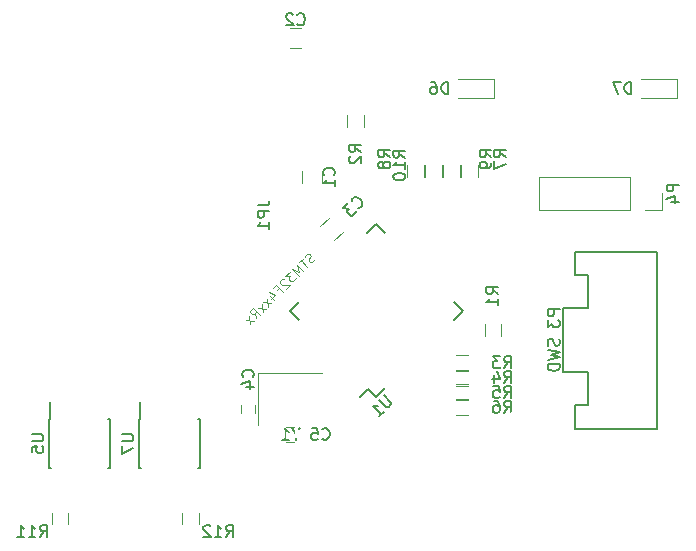
<source format=gbo>
G04 #@! TF.FileFunction,Legend,Bot*
%FSLAX46Y46*%
G04 Gerber Fmt 4.6, Leading zero omitted, Abs format (unit mm)*
G04 Created by KiCad (PCBNEW 4.0.6) date 03/12/17 16:17:21*
%MOMM*%
%LPD*%
G01*
G04 APERTURE LIST*
%ADD10C,0.100000*%
%ADD11C,0.120000*%
%ADD12C,0.150000*%
%ADD13C,3.200000*%
%ADD14R,0.900000X1.200000*%
%ADD15C,2.600000*%
%ADD16C,3.500000*%
%ADD17C,1.800000*%
%ADD18R,0.750000X0.800000*%
%ADD19R,0.800000X0.750000*%
%ADD20R,0.800000X1.100000*%
%ADD21R,2.000000X1.100000*%
%ADD22C,2.400000*%
%ADD23C,2.200000*%
%ADD24C,1.500000*%
%ADD25R,1.524000X1.524000*%
%ADD26C,2.000000*%
%ADD27R,1.700000X1.700000*%
%ADD28O,1.700000X1.700000*%
%ADD29R,1.200000X0.900000*%
%ADD30C,1.600000*%
%ADD31R,1.600000X2.400000*%
%ADD32O,1.600000X2.400000*%
%ADD33R,0.600000X1.550000*%
%ADD34R,2.100000X1.800000*%
%ADD35C,2.500000*%
%ADD36R,1.250000X1.000000*%
%ADD37R,1.000000X1.250000*%
G04 APERTURE END LIST*
D10*
D11*
X105670000Y-69693000D02*
X105670000Y-70693000D01*
X107030000Y-70693000D02*
X107030000Y-69693000D01*
X97144594Y-75329987D02*
X96437487Y-76037094D01*
X95235406Y-74835013D02*
X95942513Y-74127906D01*
X88541500Y-89972500D02*
X88541500Y-90672500D01*
X89741500Y-90672500D02*
X89741500Y-89972500D01*
X93047500Y-91881500D02*
X92347500Y-91881500D01*
X92347500Y-93081500D02*
X93047500Y-93081500D01*
X106924000Y-64008000D02*
X109974000Y-64008000D01*
X109974000Y-64008000D02*
X109974000Y-62408000D01*
X109974000Y-62408000D02*
X106924000Y-62408000D01*
X122418000Y-64008000D02*
X125468000Y-64008000D01*
X125468000Y-64008000D02*
X125468000Y-62408000D01*
X125468000Y-62408000D02*
X122418000Y-62408000D01*
D12*
X117886500Y-87218500D02*
X117886500Y-90018500D01*
X117886500Y-79018500D02*
X117886500Y-81818500D01*
X117886500Y-77018500D02*
X116836500Y-77018500D01*
X116836500Y-77018500D02*
X116836500Y-79018500D01*
X116836500Y-79018500D02*
X117886500Y-79018500D01*
X117886500Y-92018500D02*
X116836500Y-92018500D01*
X116836500Y-92018500D02*
X116836500Y-90018500D01*
X116836500Y-90018500D02*
X117886500Y-90018500D01*
X115786500Y-84518500D02*
X115786500Y-81818500D01*
X115786500Y-81818500D02*
X117886500Y-81818500D01*
X115786500Y-84518500D02*
X115786500Y-87218500D01*
X115786500Y-87218500D02*
X117886500Y-87218500D01*
X123786500Y-92018500D02*
X117886500Y-92018500D01*
X117886500Y-77018500D02*
X123786500Y-77018500D01*
X123786500Y-77018500D02*
X123786500Y-84518500D01*
X123786500Y-84518500D02*
X123786500Y-92018500D01*
D11*
X121475500Y-73462500D02*
X113735500Y-73462500D01*
X113735500Y-73462500D02*
X113735500Y-70682500D01*
X113735500Y-70682500D02*
X121475500Y-70682500D01*
X121475500Y-70682500D02*
X121475500Y-73462500D01*
X122745500Y-73462500D02*
X124135500Y-73462500D01*
X124135500Y-73462500D02*
X124135500Y-72072500D01*
X110535000Y-84172501D02*
X110535000Y-83172501D01*
X109175000Y-83172501D02*
X109175000Y-84172501D01*
X97542000Y-65438500D02*
X97542000Y-66438500D01*
X98902000Y-66438500D02*
X98902000Y-65438500D01*
X107726783Y-85732350D02*
X106726783Y-85732350D01*
X106726783Y-87092350D02*
X107726783Y-87092350D01*
X107726783Y-86989586D02*
X106726783Y-86989586D01*
X106726783Y-88349586D02*
X107726783Y-88349586D01*
X107726783Y-88246822D02*
X106726783Y-88246822D01*
X106726783Y-89606822D02*
X107726783Y-89606822D01*
X107726783Y-89504058D02*
X106726783Y-89504058D01*
X106726783Y-90864058D02*
X107726783Y-90864058D01*
X107194000Y-69693000D02*
X107194000Y-70693000D01*
X108554000Y-70693000D02*
X108554000Y-69693000D01*
X102622000Y-69693000D02*
X102622000Y-70693000D01*
X103982000Y-70693000D02*
X103982000Y-69693000D01*
X104146000Y-69693000D02*
X104146000Y-70693000D01*
X105506000Y-70693000D02*
X105506000Y-69693000D01*
X72523000Y-99093500D02*
X72523000Y-100093500D01*
X73883000Y-100093500D02*
X73883000Y-99093500D01*
X84932000Y-100093500D02*
X84932000Y-99093500D01*
X83572000Y-99093500D02*
X83572000Y-100093500D01*
D12*
X100000000Y-89322555D02*
X99292893Y-88615448D01*
X107318555Y-82004000D02*
X106558415Y-81243860D01*
X100000000Y-74685445D02*
X100760140Y-75445585D01*
X92681445Y-82004000D02*
X93441585Y-82764140D01*
X100000000Y-89322555D02*
X100760140Y-88562415D01*
X92681445Y-82004000D02*
X93441585Y-81243860D01*
X100000000Y-74685445D02*
X99239860Y-75445585D01*
X107318555Y-82004000D02*
X106558415Y-82764140D01*
X99292893Y-88615448D02*
X98568109Y-89340233D01*
X72279000Y-91168500D02*
X72329000Y-91168500D01*
X72279000Y-95318500D02*
X72424000Y-95318500D01*
X77429000Y-95318500D02*
X77284000Y-95318500D01*
X77429000Y-91168500D02*
X77284000Y-91168500D01*
X72279000Y-91168500D02*
X72279000Y-95318500D01*
X77429000Y-91168500D02*
X77429000Y-95318500D01*
X72329000Y-91168500D02*
X72329000Y-89768500D01*
X79899000Y-91168500D02*
X79949000Y-91168500D01*
X79899000Y-95318500D02*
X80044000Y-95318500D01*
X85049000Y-95318500D02*
X84904000Y-95318500D01*
X85049000Y-91168500D02*
X84904000Y-91168500D01*
X79899000Y-91168500D02*
X79899000Y-95318500D01*
X85049000Y-91168500D02*
X85049000Y-95318500D01*
X79949000Y-91168500D02*
X79949000Y-89768500D01*
D11*
X89997500Y-91697000D02*
X89997500Y-87297000D01*
X89997500Y-87297000D02*
X95397500Y-87297000D01*
X95389000Y-70201000D02*
X95389000Y-71201000D01*
X93689000Y-71201000D02*
X93689000Y-70201000D01*
X92642000Y-58040000D02*
X93642000Y-58040000D01*
X93642000Y-59740000D02*
X92642000Y-59740000D01*
D12*
X109723381Y-69010334D02*
X109247190Y-68677000D01*
X109723381Y-68438905D02*
X108723381Y-68438905D01*
X108723381Y-68819858D01*
X108771000Y-68915096D01*
X108818619Y-68962715D01*
X108913857Y-69010334D01*
X109056714Y-69010334D01*
X109151952Y-68962715D01*
X109199571Y-68915096D01*
X109247190Y-68819858D01*
X109247190Y-68438905D01*
X109723381Y-69486524D02*
X109723381Y-69677000D01*
X109675762Y-69772239D01*
X109628143Y-69819858D01*
X109485286Y-69915096D01*
X109294810Y-69962715D01*
X108913857Y-69962715D01*
X108818619Y-69915096D01*
X108771000Y-69867477D01*
X108723381Y-69772239D01*
X108723381Y-69581762D01*
X108771000Y-69486524D01*
X108818619Y-69438905D01*
X108913857Y-69391286D01*
X109151952Y-69391286D01*
X109247190Y-69438905D01*
X109294810Y-69486524D01*
X109342429Y-69581762D01*
X109342429Y-69772239D01*
X109294810Y-69867477D01*
X109247190Y-69915096D01*
X109151952Y-69962715D01*
X98465389Y-73312188D02*
X98532732Y-73312188D01*
X98667419Y-73244844D01*
X98734763Y-73177501D01*
X98802107Y-73042813D01*
X98802107Y-72908126D01*
X98768435Y-72807111D01*
X98667420Y-72638753D01*
X98566404Y-72537737D01*
X98398045Y-72436722D01*
X98297030Y-72403050D01*
X98162343Y-72403050D01*
X98027656Y-72470394D01*
X97960312Y-72537737D01*
X97892969Y-72672424D01*
X97892969Y-72739768D01*
X97589924Y-72908126D02*
X97152190Y-73345859D01*
X97657267Y-73379530D01*
X97556251Y-73480546D01*
X97522579Y-73581561D01*
X97522579Y-73648905D01*
X97556252Y-73749921D01*
X97724610Y-73918279D01*
X97825626Y-73951951D01*
X97892969Y-73951951D01*
X97993984Y-73918279D01*
X98196015Y-73716248D01*
X98229687Y-73615233D01*
X98229687Y-73547890D01*
X89522643Y-87615834D02*
X89570262Y-87568215D01*
X89617881Y-87425358D01*
X89617881Y-87330120D01*
X89570262Y-87187262D01*
X89475024Y-87092024D01*
X89379786Y-87044405D01*
X89189310Y-86996786D01*
X89046452Y-86996786D01*
X88855976Y-87044405D01*
X88760738Y-87092024D01*
X88665500Y-87187262D01*
X88617881Y-87330120D01*
X88617881Y-87425358D01*
X88665500Y-87568215D01*
X88713119Y-87615834D01*
X88951214Y-88472977D02*
X89617881Y-88472977D01*
X88570262Y-88234881D02*
X89284548Y-87996786D01*
X89284548Y-88615834D01*
X95404166Y-92862643D02*
X95451785Y-92910262D01*
X95594642Y-92957881D01*
X95689880Y-92957881D01*
X95832738Y-92910262D01*
X95927976Y-92815024D01*
X95975595Y-92719786D01*
X96023214Y-92529310D01*
X96023214Y-92386452D01*
X95975595Y-92195976D01*
X95927976Y-92100738D01*
X95832738Y-92005500D01*
X95689880Y-91957881D01*
X95594642Y-91957881D01*
X95451785Y-92005500D01*
X95404166Y-92053119D01*
X94499404Y-91957881D02*
X94975595Y-91957881D01*
X95023214Y-92434071D01*
X94975595Y-92386452D01*
X94880357Y-92338833D01*
X94642261Y-92338833D01*
X94547023Y-92386452D01*
X94499404Y-92434071D01*
X94451785Y-92529310D01*
X94451785Y-92767405D01*
X94499404Y-92862643D01*
X94547023Y-92910262D01*
X94642261Y-92957881D01*
X94880357Y-92957881D01*
X94975595Y-92910262D01*
X95023214Y-92862643D01*
X106072095Y-63660381D02*
X106072095Y-62660381D01*
X105834000Y-62660381D01*
X105691142Y-62708000D01*
X105595904Y-62803238D01*
X105548285Y-62898476D01*
X105500666Y-63088952D01*
X105500666Y-63231810D01*
X105548285Y-63422286D01*
X105595904Y-63517524D01*
X105691142Y-63612762D01*
X105834000Y-63660381D01*
X106072095Y-63660381D01*
X104643523Y-62660381D02*
X104834000Y-62660381D01*
X104929238Y-62708000D01*
X104976857Y-62755619D01*
X105072095Y-62898476D01*
X105119714Y-63088952D01*
X105119714Y-63469905D01*
X105072095Y-63565143D01*
X105024476Y-63612762D01*
X104929238Y-63660381D01*
X104738761Y-63660381D01*
X104643523Y-63612762D01*
X104595904Y-63565143D01*
X104548285Y-63469905D01*
X104548285Y-63231810D01*
X104595904Y-63136571D01*
X104643523Y-63088952D01*
X104738761Y-63041333D01*
X104929238Y-63041333D01*
X105024476Y-63088952D01*
X105072095Y-63136571D01*
X105119714Y-63231810D01*
X121566095Y-63660381D02*
X121566095Y-62660381D01*
X121328000Y-62660381D01*
X121185142Y-62708000D01*
X121089904Y-62803238D01*
X121042285Y-62898476D01*
X120994666Y-63088952D01*
X120994666Y-63231810D01*
X121042285Y-63422286D01*
X121089904Y-63517524D01*
X121185142Y-63612762D01*
X121328000Y-63660381D01*
X121566095Y-63660381D01*
X120661333Y-62660381D02*
X119994666Y-62660381D01*
X120423238Y-63660381D01*
X89927381Y-73093467D02*
X90641667Y-73093467D01*
X90784524Y-73045847D01*
X90879762Y-72950609D01*
X90927381Y-72807752D01*
X90927381Y-72712514D01*
X90927381Y-73569657D02*
X89927381Y-73569657D01*
X89927381Y-73950610D01*
X89975000Y-74045848D01*
X90022619Y-74093467D01*
X90117857Y-74141086D01*
X90260714Y-74141086D01*
X90355952Y-74093467D01*
X90403571Y-74045848D01*
X90451190Y-73950610D01*
X90451190Y-73569657D01*
X90927381Y-75093467D02*
X90927381Y-74522038D01*
X90927381Y-74807752D02*
X89927381Y-74807752D01*
X90070238Y-74712514D01*
X90165476Y-74617276D01*
X90213095Y-74522038D01*
X115501881Y-81900905D02*
X114501881Y-81900905D01*
X114501881Y-82281858D01*
X114549500Y-82377096D01*
X114597119Y-82424715D01*
X114692357Y-82472334D01*
X114835214Y-82472334D01*
X114930452Y-82424715D01*
X114978071Y-82377096D01*
X115025690Y-82281858D01*
X115025690Y-81900905D01*
X114501881Y-82805667D02*
X114501881Y-83424715D01*
X114882833Y-83091381D01*
X114882833Y-83234239D01*
X114930452Y-83329477D01*
X114978071Y-83377096D01*
X115073310Y-83424715D01*
X115311405Y-83424715D01*
X115406643Y-83377096D01*
X115454262Y-83329477D01*
X115501881Y-83234239D01*
X115501881Y-82948524D01*
X115454262Y-82853286D01*
X115406643Y-82805667D01*
X115454262Y-84393357D02*
X115501881Y-84536214D01*
X115501881Y-84774310D01*
X115454262Y-84869548D01*
X115406643Y-84917167D01*
X115311405Y-84964786D01*
X115216167Y-84964786D01*
X115120929Y-84917167D01*
X115073310Y-84869548D01*
X115025690Y-84774310D01*
X114978071Y-84583833D01*
X114930452Y-84488595D01*
X114882833Y-84440976D01*
X114787595Y-84393357D01*
X114692357Y-84393357D01*
X114597119Y-84440976D01*
X114549500Y-84488595D01*
X114501881Y-84583833D01*
X114501881Y-84821929D01*
X114549500Y-84964786D01*
X114501881Y-85298119D02*
X115501881Y-85536214D01*
X114787595Y-85726691D01*
X115501881Y-85917167D01*
X114501881Y-86155262D01*
X115501881Y-86536214D02*
X114501881Y-86536214D01*
X114501881Y-86774309D01*
X114549500Y-86917167D01*
X114644738Y-87012405D01*
X114739976Y-87060024D01*
X114930452Y-87107643D01*
X115073310Y-87107643D01*
X115263786Y-87060024D01*
X115359024Y-87012405D01*
X115454262Y-86917167D01*
X115501881Y-86774309D01*
X115501881Y-86536214D01*
X125587881Y-71334405D02*
X124587881Y-71334405D01*
X124587881Y-71715358D01*
X124635500Y-71810596D01*
X124683119Y-71858215D01*
X124778357Y-71905834D01*
X124921214Y-71905834D01*
X125016452Y-71858215D01*
X125064071Y-71810596D01*
X125111690Y-71715358D01*
X125111690Y-71334405D01*
X124921214Y-72762977D02*
X125587881Y-72762977D01*
X124540262Y-72524881D02*
X125254548Y-72286786D01*
X125254548Y-72905834D01*
X110307381Y-80605334D02*
X109831190Y-80272000D01*
X110307381Y-80033905D02*
X109307381Y-80033905D01*
X109307381Y-80414858D01*
X109355000Y-80510096D01*
X109402619Y-80557715D01*
X109497857Y-80605334D01*
X109640714Y-80605334D01*
X109735952Y-80557715D01*
X109783571Y-80510096D01*
X109831190Y-80414858D01*
X109831190Y-80033905D01*
X110307381Y-81557715D02*
X110307381Y-80986286D01*
X110307381Y-81272000D02*
X109307381Y-81272000D01*
X109450238Y-81176762D01*
X109545476Y-81081524D01*
X109593095Y-80986286D01*
X98674381Y-68565834D02*
X98198190Y-68232500D01*
X98674381Y-67994405D02*
X97674381Y-67994405D01*
X97674381Y-68375358D01*
X97722000Y-68470596D01*
X97769619Y-68518215D01*
X97864857Y-68565834D01*
X98007714Y-68565834D01*
X98102952Y-68518215D01*
X98150571Y-68470596D01*
X98198190Y-68375358D01*
X98198190Y-67994405D01*
X97769619Y-68946786D02*
X97722000Y-68994405D01*
X97674381Y-69089643D01*
X97674381Y-69327739D01*
X97722000Y-69422977D01*
X97769619Y-69470596D01*
X97864857Y-69518215D01*
X97960095Y-69518215D01*
X98102952Y-69470596D01*
X98674381Y-68899167D01*
X98674381Y-69518215D01*
X110805946Y-86864731D02*
X111139280Y-86388540D01*
X111377375Y-86864731D02*
X111377375Y-85864731D01*
X110996422Y-85864731D01*
X110901184Y-85912350D01*
X110853565Y-85959969D01*
X110805946Y-86055207D01*
X110805946Y-86198064D01*
X110853565Y-86293302D01*
X110901184Y-86340921D01*
X110996422Y-86388540D01*
X111377375Y-86388540D01*
X110472613Y-85864731D02*
X109853565Y-85864731D01*
X110186899Y-86245683D01*
X110044041Y-86245683D01*
X109948803Y-86293302D01*
X109901184Y-86340921D01*
X109853565Y-86436160D01*
X109853565Y-86674255D01*
X109901184Y-86769493D01*
X109948803Y-86817112D01*
X110044041Y-86864731D01*
X110329756Y-86864731D01*
X110424994Y-86817112D01*
X110472613Y-86769493D01*
X110805946Y-88121967D02*
X111139280Y-87645776D01*
X111377375Y-88121967D02*
X111377375Y-87121967D01*
X110996422Y-87121967D01*
X110901184Y-87169586D01*
X110853565Y-87217205D01*
X110805946Y-87312443D01*
X110805946Y-87455300D01*
X110853565Y-87550538D01*
X110901184Y-87598157D01*
X110996422Y-87645776D01*
X111377375Y-87645776D01*
X109948803Y-87455300D02*
X109948803Y-88121967D01*
X110186899Y-87074348D02*
X110424994Y-87788634D01*
X109805946Y-87788634D01*
X110805946Y-89379203D02*
X111139280Y-88903012D01*
X111377375Y-89379203D02*
X111377375Y-88379203D01*
X110996422Y-88379203D01*
X110901184Y-88426822D01*
X110853565Y-88474441D01*
X110805946Y-88569679D01*
X110805946Y-88712536D01*
X110853565Y-88807774D01*
X110901184Y-88855393D01*
X110996422Y-88903012D01*
X111377375Y-88903012D01*
X109901184Y-88379203D02*
X110377375Y-88379203D01*
X110424994Y-88855393D01*
X110377375Y-88807774D01*
X110282137Y-88760155D01*
X110044041Y-88760155D01*
X109948803Y-88807774D01*
X109901184Y-88855393D01*
X109853565Y-88950632D01*
X109853565Y-89188727D01*
X109901184Y-89283965D01*
X109948803Y-89331584D01*
X110044041Y-89379203D01*
X110282137Y-89379203D01*
X110377375Y-89331584D01*
X110424994Y-89283965D01*
X110805946Y-90636439D02*
X111139280Y-90160248D01*
X111377375Y-90636439D02*
X111377375Y-89636439D01*
X110996422Y-89636439D01*
X110901184Y-89684058D01*
X110853565Y-89731677D01*
X110805946Y-89826915D01*
X110805946Y-89969772D01*
X110853565Y-90065010D01*
X110901184Y-90112629D01*
X110996422Y-90160248D01*
X111377375Y-90160248D01*
X109948803Y-89636439D02*
X110139280Y-89636439D01*
X110234518Y-89684058D01*
X110282137Y-89731677D01*
X110377375Y-89874534D01*
X110424994Y-90065010D01*
X110424994Y-90445963D01*
X110377375Y-90541201D01*
X110329756Y-90588820D01*
X110234518Y-90636439D01*
X110044041Y-90636439D01*
X109948803Y-90588820D01*
X109901184Y-90541201D01*
X109853565Y-90445963D01*
X109853565Y-90207868D01*
X109901184Y-90112629D01*
X109948803Y-90065010D01*
X110044041Y-90017391D01*
X110234518Y-90017391D01*
X110329756Y-90065010D01*
X110377375Y-90112629D01*
X110424994Y-90207868D01*
X110929881Y-69010333D02*
X110453690Y-68676999D01*
X110929881Y-68438904D02*
X109929881Y-68438904D01*
X109929881Y-68819857D01*
X109977500Y-68915095D01*
X110025119Y-68962714D01*
X110120357Y-69010333D01*
X110263214Y-69010333D01*
X110358452Y-68962714D01*
X110406071Y-68915095D01*
X110453690Y-68819857D01*
X110453690Y-68438904D01*
X109929881Y-69343666D02*
X109929881Y-70010333D01*
X110929881Y-69581761D01*
X101150881Y-69010334D02*
X100674690Y-68677000D01*
X101150881Y-68438905D02*
X100150881Y-68438905D01*
X100150881Y-68819858D01*
X100198500Y-68915096D01*
X100246119Y-68962715D01*
X100341357Y-69010334D01*
X100484214Y-69010334D01*
X100579452Y-68962715D01*
X100627071Y-68915096D01*
X100674690Y-68819858D01*
X100674690Y-68438905D01*
X100579452Y-69581762D02*
X100531833Y-69486524D01*
X100484214Y-69438905D01*
X100388976Y-69391286D01*
X100341357Y-69391286D01*
X100246119Y-69438905D01*
X100198500Y-69486524D01*
X100150881Y-69581762D01*
X100150881Y-69772239D01*
X100198500Y-69867477D01*
X100246119Y-69915096D01*
X100341357Y-69962715D01*
X100388976Y-69962715D01*
X100484214Y-69915096D01*
X100531833Y-69867477D01*
X100579452Y-69772239D01*
X100579452Y-69581762D01*
X100627071Y-69486524D01*
X100674690Y-69438905D01*
X100769929Y-69391286D01*
X100960405Y-69391286D01*
X101055643Y-69438905D01*
X101103262Y-69486524D01*
X101150881Y-69581762D01*
X101150881Y-69772239D01*
X101103262Y-69867477D01*
X101055643Y-69915096D01*
X100960405Y-69962715D01*
X100769929Y-69962715D01*
X100674690Y-69915096D01*
X100627071Y-69867477D01*
X100579452Y-69772239D01*
X102420881Y-69042143D02*
X101944690Y-68708809D01*
X102420881Y-68470714D02*
X101420881Y-68470714D01*
X101420881Y-68851667D01*
X101468500Y-68946905D01*
X101516119Y-68994524D01*
X101611357Y-69042143D01*
X101754214Y-69042143D01*
X101849452Y-68994524D01*
X101897071Y-68946905D01*
X101944690Y-68851667D01*
X101944690Y-68470714D01*
X102420881Y-69994524D02*
X102420881Y-69423095D01*
X102420881Y-69708809D02*
X101420881Y-69708809D01*
X101563738Y-69613571D01*
X101658976Y-69518333D01*
X101706595Y-69423095D01*
X101420881Y-70613571D02*
X101420881Y-70708810D01*
X101468500Y-70804048D01*
X101516119Y-70851667D01*
X101611357Y-70899286D01*
X101801833Y-70946905D01*
X102039929Y-70946905D01*
X102230405Y-70899286D01*
X102325643Y-70851667D01*
X102373262Y-70804048D01*
X102420881Y-70708810D01*
X102420881Y-70613571D01*
X102373262Y-70518333D01*
X102325643Y-70470714D01*
X102230405Y-70423095D01*
X102039929Y-70375476D01*
X101801833Y-70375476D01*
X101611357Y-70423095D01*
X101516119Y-70470714D01*
X101468500Y-70518333D01*
X101420881Y-70613571D01*
X71508857Y-101163381D02*
X71842191Y-100687190D01*
X72080286Y-101163381D02*
X72080286Y-100163381D01*
X71699333Y-100163381D01*
X71604095Y-100211000D01*
X71556476Y-100258619D01*
X71508857Y-100353857D01*
X71508857Y-100496714D01*
X71556476Y-100591952D01*
X71604095Y-100639571D01*
X71699333Y-100687190D01*
X72080286Y-100687190D01*
X70556476Y-101163381D02*
X71127905Y-101163381D01*
X70842191Y-101163381D02*
X70842191Y-100163381D01*
X70937429Y-100306238D01*
X71032667Y-100401476D01*
X71127905Y-100449095D01*
X69604095Y-101163381D02*
X70175524Y-101163381D01*
X69889810Y-101163381D02*
X69889810Y-100163381D01*
X69985048Y-100306238D01*
X70080286Y-100401476D01*
X70175524Y-100449095D01*
X87256857Y-101163381D02*
X87590191Y-100687190D01*
X87828286Y-101163381D02*
X87828286Y-100163381D01*
X87447333Y-100163381D01*
X87352095Y-100211000D01*
X87304476Y-100258619D01*
X87256857Y-100353857D01*
X87256857Y-100496714D01*
X87304476Y-100591952D01*
X87352095Y-100639571D01*
X87447333Y-100687190D01*
X87828286Y-100687190D01*
X86304476Y-101163381D02*
X86875905Y-101163381D01*
X86590191Y-101163381D02*
X86590191Y-100163381D01*
X86685429Y-100306238D01*
X86780667Y-100401476D01*
X86875905Y-100449095D01*
X85923524Y-100258619D02*
X85875905Y-100211000D01*
X85780667Y-100163381D01*
X85542571Y-100163381D01*
X85447333Y-100211000D01*
X85399714Y-100258619D01*
X85352095Y-100353857D01*
X85352095Y-100449095D01*
X85399714Y-100591952D01*
X85971143Y-101163381D01*
X85352095Y-101163381D01*
X100596023Y-89142528D02*
X101168443Y-89714948D01*
X101202115Y-89815963D01*
X101202115Y-89883306D01*
X101168443Y-89984321D01*
X101033755Y-90119009D01*
X100932740Y-90152681D01*
X100865397Y-90152681D01*
X100764382Y-90119009D01*
X100191962Y-89546589D01*
X100191962Y-90960803D02*
X100596023Y-90556741D01*
X100393993Y-90758772D02*
X99686886Y-90051665D01*
X99855245Y-90085337D01*
X99989931Y-90085337D01*
X100090947Y-90051665D01*
D11*
X94770646Y-77645291D02*
X94716771Y-77753040D01*
X94582084Y-77887727D01*
X94501272Y-77914665D01*
X94447396Y-77914665D01*
X94366584Y-77887727D01*
X94312709Y-77833852D01*
X94285772Y-77753040D01*
X94285773Y-77699165D01*
X94312709Y-77618353D01*
X94393522Y-77483666D01*
X94420460Y-77402854D01*
X94420460Y-77348979D01*
X94393522Y-77268167D01*
X94339647Y-77214292D01*
X94258835Y-77187354D01*
X94204960Y-77187354D01*
X94124148Y-77214292D01*
X93989461Y-77348979D01*
X93935586Y-77456729D01*
X93747025Y-77591416D02*
X93423776Y-77914665D01*
X94151085Y-78318726D02*
X93585400Y-77753040D01*
X93800899Y-78668912D02*
X93235214Y-78103227D01*
X93450712Y-78695849D01*
X92858089Y-78480351D01*
X93423775Y-79046036D01*
X92642590Y-78695850D02*
X92292404Y-79046036D01*
X92696465Y-79072973D01*
X92615653Y-79153786D01*
X92588716Y-79234597D01*
X92588715Y-79288473D01*
X92615653Y-79369285D01*
X92750340Y-79503972D01*
X92831152Y-79530909D01*
X92885027Y-79530909D01*
X92965839Y-79503972D01*
X93127464Y-79342347D01*
X93154401Y-79261535D01*
X93154400Y-79207660D01*
X92130779Y-79315410D02*
X92076905Y-79315410D01*
X91996092Y-79342348D01*
X91861405Y-79477035D01*
X91834468Y-79557846D01*
X91834468Y-79611721D01*
X91861405Y-79692534D01*
X91915280Y-79746408D01*
X92023030Y-79800284D01*
X92669527Y-79800284D01*
X92319341Y-80150470D01*
X91592031Y-80285157D02*
X91780593Y-80096595D01*
X92076905Y-80392906D02*
X91511219Y-79827221D01*
X91241845Y-80096595D01*
X90972471Y-80743092D02*
X91349595Y-81120216D01*
X90891659Y-80392906D02*
X91430407Y-80662280D01*
X91080221Y-81012466D01*
X91107158Y-81362653D02*
X90433723Y-81281840D01*
X90730034Y-80985529D02*
X90810847Y-81658964D01*
X90649222Y-81820589D02*
X89975787Y-81739776D01*
X90272098Y-81443465D02*
X90352911Y-82116900D01*
X89814163Y-82655648D02*
X89733351Y-82197711D01*
X90137412Y-82332399D02*
X89571727Y-81766714D01*
X89356227Y-81982213D01*
X89329289Y-82063025D01*
X89329289Y-82116900D01*
X89356227Y-82197712D01*
X89437039Y-82278524D01*
X89517851Y-82305462D01*
X89571726Y-82305462D01*
X89652538Y-82278524D01*
X89868038Y-82063025D01*
X89625601Y-82844210D02*
X88952166Y-82763397D01*
X89248477Y-82467086D02*
X89329290Y-83140521D01*
D12*
X70806381Y-92481595D02*
X71615905Y-92481595D01*
X71711143Y-92529214D01*
X71758762Y-92576833D01*
X71806381Y-92672071D01*
X71806381Y-92862548D01*
X71758762Y-92957786D01*
X71711143Y-93005405D01*
X71615905Y-93053024D01*
X70806381Y-93053024D01*
X70806381Y-94005405D02*
X70806381Y-93529214D01*
X71282571Y-93481595D01*
X71234952Y-93529214D01*
X71187333Y-93624452D01*
X71187333Y-93862548D01*
X71234952Y-93957786D01*
X71282571Y-94005405D01*
X71377810Y-94053024D01*
X71615905Y-94053024D01*
X71711143Y-94005405D01*
X71758762Y-93957786D01*
X71806381Y-93862548D01*
X71806381Y-93624452D01*
X71758762Y-93529214D01*
X71711143Y-93481595D01*
X78426381Y-92481595D02*
X79235905Y-92481595D01*
X79331143Y-92529214D01*
X79378762Y-92576833D01*
X79426381Y-92672071D01*
X79426381Y-92862548D01*
X79378762Y-92957786D01*
X79331143Y-93005405D01*
X79235905Y-93053024D01*
X78426381Y-93053024D01*
X78426381Y-93433976D02*
X78426381Y-94100643D01*
X79426381Y-93672071D01*
X93173691Y-92473190D02*
X93173691Y-92949381D01*
X93507024Y-91949381D02*
X93173691Y-92473190D01*
X92840357Y-91949381D01*
X91983214Y-92949381D02*
X92554643Y-92949381D01*
X92268929Y-92949381D02*
X92268929Y-91949381D01*
X92364167Y-92092238D01*
X92459405Y-92187476D01*
X92554643Y-92235095D01*
X96396143Y-70534334D02*
X96443762Y-70486715D01*
X96491381Y-70343858D01*
X96491381Y-70248620D01*
X96443762Y-70105762D01*
X96348524Y-70010524D01*
X96253286Y-69962905D01*
X96062810Y-69915286D01*
X95919952Y-69915286D01*
X95729476Y-69962905D01*
X95634238Y-70010524D01*
X95539000Y-70105762D01*
X95491381Y-70248620D01*
X95491381Y-70343858D01*
X95539000Y-70486715D01*
X95586619Y-70534334D01*
X96491381Y-71486715D02*
X96491381Y-70915286D01*
X96491381Y-71201000D02*
X95491381Y-71201000D01*
X95634238Y-71105762D01*
X95729476Y-71010524D01*
X95777095Y-70915286D01*
X93308666Y-57747143D02*
X93356285Y-57794762D01*
X93499142Y-57842381D01*
X93594380Y-57842381D01*
X93737238Y-57794762D01*
X93832476Y-57699524D01*
X93880095Y-57604286D01*
X93927714Y-57413810D01*
X93927714Y-57270952D01*
X93880095Y-57080476D01*
X93832476Y-56985238D01*
X93737238Y-56890000D01*
X93594380Y-56842381D01*
X93499142Y-56842381D01*
X93356285Y-56890000D01*
X93308666Y-56937619D01*
X92927714Y-56937619D02*
X92880095Y-56890000D01*
X92784857Y-56842381D01*
X92546761Y-56842381D01*
X92451523Y-56890000D01*
X92403904Y-56937619D01*
X92356285Y-57032857D01*
X92356285Y-57128095D01*
X92403904Y-57270952D01*
X92975333Y-57842381D01*
X92356285Y-57842381D01*
%LPC*%
D13*
X65000000Y-55000000D03*
X65000000Y-105000000D03*
X135000000Y-105000000D03*
D14*
X106350000Y-71293000D03*
X106350000Y-69093000D03*
D15*
X89763000Y-100990500D03*
X127763000Y-100990500D03*
D16*
X96663000Y-100990500D03*
X120863000Y-100990500D03*
D17*
X89763000Y-92790500D03*
D10*
G36*
X95571281Y-76585102D02*
X94687398Y-75701219D01*
X95394505Y-74994112D01*
X96278388Y-75877995D01*
X95571281Y-76585102D01*
X95571281Y-76585102D01*
G37*
G36*
X96985495Y-75170888D02*
X96101612Y-74287005D01*
X96808719Y-73579898D01*
X97692602Y-74463781D01*
X96985495Y-75170888D01*
X96985495Y-75170888D01*
G37*
D18*
X89141500Y-89572500D03*
X89141500Y-91072500D03*
D19*
X93447500Y-92481500D03*
X91947500Y-92481500D03*
D20*
X106924000Y-63208000D03*
D21*
X108824000Y-63208000D03*
D20*
X122418000Y-63208000D03*
D21*
X124318000Y-63208000D03*
D22*
X71262000Y-103163500D03*
X86062000Y-103163500D03*
D23*
X70537000Y-98323500D03*
X86787000Y-98323500D03*
D24*
X76112000Y-98323500D03*
X77132000Y-100863500D03*
X75092000Y-100863500D03*
X78152000Y-98323500D03*
X79172000Y-100863500D03*
X80192000Y-98323500D03*
X81212000Y-100863500D03*
X82232000Y-98323500D03*
D25*
X90475000Y-69685000D03*
X90475000Y-71564600D03*
D26*
X91872000Y-60922000D03*
X94412000Y-60922000D03*
X96952000Y-60922000D03*
X92634000Y-71844000D03*
X92634000Y-69304000D03*
X92634000Y-66764000D03*
X120586500Y-89598500D03*
X120586500Y-87058500D03*
X120586500Y-84518500D03*
X120586500Y-81978500D03*
X120586500Y-79438500D03*
D27*
X122745500Y-72072500D03*
D28*
X120205500Y-72072500D03*
X117665500Y-72072500D03*
X115125500Y-72072500D03*
D26*
X112128500Y-85115500D03*
X112128500Y-82575500D03*
X112128500Y-80035500D03*
X102032000Y-60922000D03*
X104572000Y-60922000D03*
X107112000Y-60922000D03*
X112192000Y-60922000D03*
X114732000Y-60922000D03*
X117272000Y-60922000D03*
X122352000Y-60922000D03*
X124892000Y-60922000D03*
X127432000Y-60922000D03*
D14*
X109855000Y-82572501D03*
X109855000Y-84772501D03*
X98222000Y-67038500D03*
X98222000Y-64838500D03*
D29*
X106126783Y-86412350D03*
X108326783Y-86412350D03*
X106126783Y-87669586D03*
X108326783Y-87669586D03*
X106126783Y-88926822D03*
X108326783Y-88926822D03*
X106126783Y-90184058D03*
X108326783Y-90184058D03*
D14*
X107874000Y-71293000D03*
X107874000Y-69093000D03*
X103302000Y-71293000D03*
X103302000Y-69093000D03*
X104826000Y-71293000D03*
X104826000Y-69093000D03*
X73203000Y-100693500D03*
X73203000Y-98493500D03*
X84252000Y-98493500D03*
X84252000Y-100693500D03*
D10*
G36*
X98355977Y-89128101D02*
X98179200Y-88951324D01*
X98886307Y-88244217D01*
X99063084Y-88420994D01*
X98355977Y-89128101D01*
X98355977Y-89128101D01*
G37*
G36*
X98002423Y-88774548D02*
X97825646Y-88597771D01*
X98532753Y-87890664D01*
X98709530Y-88067441D01*
X98002423Y-88774548D01*
X98002423Y-88774548D01*
G37*
G36*
X97648870Y-88420994D02*
X97472093Y-88244217D01*
X98179200Y-87537110D01*
X98355977Y-87713887D01*
X97648870Y-88420994D01*
X97648870Y-88420994D01*
G37*
G36*
X97295317Y-88067441D02*
X97118540Y-87890664D01*
X97825647Y-87183557D01*
X98002424Y-87360334D01*
X97295317Y-88067441D01*
X97295317Y-88067441D01*
G37*
G36*
X96941763Y-87713888D02*
X96764986Y-87537111D01*
X97472093Y-86830004D01*
X97648870Y-87006781D01*
X96941763Y-87713888D01*
X96941763Y-87713888D01*
G37*
G36*
X96588210Y-87360334D02*
X96411433Y-87183557D01*
X97118540Y-86476450D01*
X97295317Y-86653227D01*
X96588210Y-87360334D01*
X96588210Y-87360334D01*
G37*
G36*
X96234656Y-87006781D02*
X96057879Y-86830004D01*
X96764986Y-86122897D01*
X96941763Y-86299674D01*
X96234656Y-87006781D01*
X96234656Y-87006781D01*
G37*
G36*
X95881103Y-86653227D02*
X95704326Y-86476450D01*
X96411433Y-85769343D01*
X96588210Y-85946120D01*
X95881103Y-86653227D01*
X95881103Y-86653227D01*
G37*
G36*
X95527550Y-86299674D02*
X95350773Y-86122897D01*
X96057880Y-85415790D01*
X96234657Y-85592567D01*
X95527550Y-86299674D01*
X95527550Y-86299674D01*
G37*
G36*
X95173996Y-85946121D02*
X94997219Y-85769344D01*
X95704326Y-85062237D01*
X95881103Y-85239014D01*
X95173996Y-85946121D01*
X95173996Y-85946121D01*
G37*
G36*
X94820443Y-85592567D02*
X94643666Y-85415790D01*
X95350773Y-84708683D01*
X95527550Y-84885460D01*
X94820443Y-85592567D01*
X94820443Y-85592567D01*
G37*
G36*
X94466889Y-85239014D02*
X94290112Y-85062237D01*
X94997219Y-84355130D01*
X95173996Y-84531907D01*
X94466889Y-85239014D01*
X94466889Y-85239014D01*
G37*
G36*
X94113336Y-84885460D02*
X93936559Y-84708683D01*
X94643666Y-84001576D01*
X94820443Y-84178353D01*
X94113336Y-84885460D01*
X94113336Y-84885460D01*
G37*
G36*
X93759783Y-84531907D02*
X93583006Y-84355130D01*
X94290113Y-83648023D01*
X94466890Y-83824800D01*
X93759783Y-84531907D01*
X93759783Y-84531907D01*
G37*
G36*
X93406229Y-84178354D02*
X93229452Y-84001577D01*
X93936559Y-83294470D01*
X94113336Y-83471247D01*
X93406229Y-84178354D01*
X93406229Y-84178354D01*
G37*
G36*
X93052676Y-83824800D02*
X92875899Y-83648023D01*
X93583006Y-82940916D01*
X93759783Y-83117693D01*
X93052676Y-83824800D01*
X93052676Y-83824800D01*
G37*
G36*
X92875899Y-80359977D02*
X93052676Y-80183200D01*
X93759783Y-80890307D01*
X93583006Y-81067084D01*
X92875899Y-80359977D01*
X92875899Y-80359977D01*
G37*
G36*
X93229452Y-80006423D02*
X93406229Y-79829646D01*
X94113336Y-80536753D01*
X93936559Y-80713530D01*
X93229452Y-80006423D01*
X93229452Y-80006423D01*
G37*
G36*
X93583006Y-79652870D02*
X93759783Y-79476093D01*
X94466890Y-80183200D01*
X94290113Y-80359977D01*
X93583006Y-79652870D01*
X93583006Y-79652870D01*
G37*
G36*
X93936559Y-79299317D02*
X94113336Y-79122540D01*
X94820443Y-79829647D01*
X94643666Y-80006424D01*
X93936559Y-79299317D01*
X93936559Y-79299317D01*
G37*
G36*
X94290112Y-78945763D02*
X94466889Y-78768986D01*
X95173996Y-79476093D01*
X94997219Y-79652870D01*
X94290112Y-78945763D01*
X94290112Y-78945763D01*
G37*
G36*
X94643666Y-78592210D02*
X94820443Y-78415433D01*
X95527550Y-79122540D01*
X95350773Y-79299317D01*
X94643666Y-78592210D01*
X94643666Y-78592210D01*
G37*
G36*
X94997219Y-78238656D02*
X95173996Y-78061879D01*
X95881103Y-78768986D01*
X95704326Y-78945763D01*
X94997219Y-78238656D01*
X94997219Y-78238656D01*
G37*
G36*
X95350773Y-77885103D02*
X95527550Y-77708326D01*
X96234657Y-78415433D01*
X96057880Y-78592210D01*
X95350773Y-77885103D01*
X95350773Y-77885103D01*
G37*
G36*
X95704326Y-77531550D02*
X95881103Y-77354773D01*
X96588210Y-78061880D01*
X96411433Y-78238657D01*
X95704326Y-77531550D01*
X95704326Y-77531550D01*
G37*
G36*
X96057879Y-77177996D02*
X96234656Y-77001219D01*
X96941763Y-77708326D01*
X96764986Y-77885103D01*
X96057879Y-77177996D01*
X96057879Y-77177996D01*
G37*
G36*
X96411433Y-76824443D02*
X96588210Y-76647666D01*
X97295317Y-77354773D01*
X97118540Y-77531550D01*
X96411433Y-76824443D01*
X96411433Y-76824443D01*
G37*
G36*
X96764986Y-76470889D02*
X96941763Y-76294112D01*
X97648870Y-77001219D01*
X97472093Y-77177996D01*
X96764986Y-76470889D01*
X96764986Y-76470889D01*
G37*
G36*
X97118540Y-76117336D02*
X97295317Y-75940559D01*
X98002424Y-76647666D01*
X97825647Y-76824443D01*
X97118540Y-76117336D01*
X97118540Y-76117336D01*
G37*
G36*
X97472093Y-75763783D02*
X97648870Y-75587006D01*
X98355977Y-76294113D01*
X98179200Y-76470890D01*
X97472093Y-75763783D01*
X97472093Y-75763783D01*
G37*
G36*
X97825646Y-75410229D02*
X98002423Y-75233452D01*
X98709530Y-75940559D01*
X98532753Y-76117336D01*
X97825646Y-75410229D01*
X97825646Y-75410229D01*
G37*
G36*
X98179200Y-75056676D02*
X98355977Y-74879899D01*
X99063084Y-75587006D01*
X98886307Y-75763783D01*
X98179200Y-75056676D01*
X98179200Y-75056676D01*
G37*
G36*
X101113693Y-75763783D02*
X100936916Y-75587006D01*
X101644023Y-74879899D01*
X101820800Y-75056676D01*
X101113693Y-75763783D01*
X101113693Y-75763783D01*
G37*
G36*
X101467247Y-76117336D02*
X101290470Y-75940559D01*
X101997577Y-75233452D01*
X102174354Y-75410229D01*
X101467247Y-76117336D01*
X101467247Y-76117336D01*
G37*
G36*
X101820800Y-76470890D02*
X101644023Y-76294113D01*
X102351130Y-75587006D01*
X102527907Y-75763783D01*
X101820800Y-76470890D01*
X101820800Y-76470890D01*
G37*
G36*
X102174353Y-76824443D02*
X101997576Y-76647666D01*
X102704683Y-75940559D01*
X102881460Y-76117336D01*
X102174353Y-76824443D01*
X102174353Y-76824443D01*
G37*
G36*
X102527907Y-77177996D02*
X102351130Y-77001219D01*
X103058237Y-76294112D01*
X103235014Y-76470889D01*
X102527907Y-77177996D01*
X102527907Y-77177996D01*
G37*
G36*
X102881460Y-77531550D02*
X102704683Y-77354773D01*
X103411790Y-76647666D01*
X103588567Y-76824443D01*
X102881460Y-77531550D01*
X102881460Y-77531550D01*
G37*
G36*
X103235014Y-77885103D02*
X103058237Y-77708326D01*
X103765344Y-77001219D01*
X103942121Y-77177996D01*
X103235014Y-77885103D01*
X103235014Y-77885103D01*
G37*
G36*
X103588567Y-78238657D02*
X103411790Y-78061880D01*
X104118897Y-77354773D01*
X104295674Y-77531550D01*
X103588567Y-78238657D01*
X103588567Y-78238657D01*
G37*
G36*
X103942120Y-78592210D02*
X103765343Y-78415433D01*
X104472450Y-77708326D01*
X104649227Y-77885103D01*
X103942120Y-78592210D01*
X103942120Y-78592210D01*
G37*
G36*
X104295674Y-78945763D02*
X104118897Y-78768986D01*
X104826004Y-78061879D01*
X105002781Y-78238656D01*
X104295674Y-78945763D01*
X104295674Y-78945763D01*
G37*
G36*
X104649227Y-79299317D02*
X104472450Y-79122540D01*
X105179557Y-78415433D01*
X105356334Y-78592210D01*
X104649227Y-79299317D01*
X104649227Y-79299317D01*
G37*
G36*
X105002781Y-79652870D02*
X104826004Y-79476093D01*
X105533111Y-78768986D01*
X105709888Y-78945763D01*
X105002781Y-79652870D01*
X105002781Y-79652870D01*
G37*
G36*
X105356334Y-80006424D02*
X105179557Y-79829647D01*
X105886664Y-79122540D01*
X106063441Y-79299317D01*
X105356334Y-80006424D01*
X105356334Y-80006424D01*
G37*
G36*
X105709887Y-80359977D02*
X105533110Y-80183200D01*
X106240217Y-79476093D01*
X106416994Y-79652870D01*
X105709887Y-80359977D01*
X105709887Y-80359977D01*
G37*
G36*
X106063441Y-80713530D02*
X105886664Y-80536753D01*
X106593771Y-79829646D01*
X106770548Y-80006423D01*
X106063441Y-80713530D01*
X106063441Y-80713530D01*
G37*
G36*
X106416994Y-81067084D02*
X106240217Y-80890307D01*
X106947324Y-80183200D01*
X107124101Y-80359977D01*
X106416994Y-81067084D01*
X106416994Y-81067084D01*
G37*
G36*
X106240217Y-83117693D02*
X106416994Y-82940916D01*
X107124101Y-83648023D01*
X106947324Y-83824800D01*
X106240217Y-83117693D01*
X106240217Y-83117693D01*
G37*
G36*
X105886664Y-83471247D02*
X106063441Y-83294470D01*
X106770548Y-84001577D01*
X106593771Y-84178354D01*
X105886664Y-83471247D01*
X105886664Y-83471247D01*
G37*
G36*
X105533110Y-83824800D02*
X105709887Y-83648023D01*
X106416994Y-84355130D01*
X106240217Y-84531907D01*
X105533110Y-83824800D01*
X105533110Y-83824800D01*
G37*
G36*
X105179557Y-84178353D02*
X105356334Y-84001576D01*
X106063441Y-84708683D01*
X105886664Y-84885460D01*
X105179557Y-84178353D01*
X105179557Y-84178353D01*
G37*
G36*
X104826004Y-84531907D02*
X105002781Y-84355130D01*
X105709888Y-85062237D01*
X105533111Y-85239014D01*
X104826004Y-84531907D01*
X104826004Y-84531907D01*
G37*
G36*
X104472450Y-84885460D02*
X104649227Y-84708683D01*
X105356334Y-85415790D01*
X105179557Y-85592567D01*
X104472450Y-84885460D01*
X104472450Y-84885460D01*
G37*
G36*
X104118897Y-85239014D02*
X104295674Y-85062237D01*
X105002781Y-85769344D01*
X104826004Y-85946121D01*
X104118897Y-85239014D01*
X104118897Y-85239014D01*
G37*
G36*
X103765343Y-85592567D02*
X103942120Y-85415790D01*
X104649227Y-86122897D01*
X104472450Y-86299674D01*
X103765343Y-85592567D01*
X103765343Y-85592567D01*
G37*
G36*
X103411790Y-85946120D02*
X103588567Y-85769343D01*
X104295674Y-86476450D01*
X104118897Y-86653227D01*
X103411790Y-85946120D01*
X103411790Y-85946120D01*
G37*
G36*
X103058237Y-86299674D02*
X103235014Y-86122897D01*
X103942121Y-86830004D01*
X103765344Y-87006781D01*
X103058237Y-86299674D01*
X103058237Y-86299674D01*
G37*
G36*
X102704683Y-86653227D02*
X102881460Y-86476450D01*
X103588567Y-87183557D01*
X103411790Y-87360334D01*
X102704683Y-86653227D01*
X102704683Y-86653227D01*
G37*
G36*
X102351130Y-87006781D02*
X102527907Y-86830004D01*
X103235014Y-87537111D01*
X103058237Y-87713888D01*
X102351130Y-87006781D01*
X102351130Y-87006781D01*
G37*
G36*
X101997576Y-87360334D02*
X102174353Y-87183557D01*
X102881460Y-87890664D01*
X102704683Y-88067441D01*
X101997576Y-87360334D01*
X101997576Y-87360334D01*
G37*
G36*
X101644023Y-87713887D02*
X101820800Y-87537110D01*
X102527907Y-88244217D01*
X102351130Y-88420994D01*
X101644023Y-87713887D01*
X101644023Y-87713887D01*
G37*
G36*
X101290470Y-88067441D02*
X101467247Y-87890664D01*
X102174354Y-88597771D01*
X101997577Y-88774548D01*
X101290470Y-88067441D01*
X101290470Y-88067441D01*
G37*
G36*
X100936916Y-88420994D02*
X101113693Y-88244217D01*
X101820800Y-88951324D01*
X101644023Y-89128101D01*
X100936916Y-88420994D01*
X100936916Y-88420994D01*
G37*
D30*
X86588800Y-83020000D03*
X86588800Y-80480000D03*
X86588800Y-77940000D03*
X86588800Y-75400000D03*
X86588800Y-72860000D03*
X86588800Y-70320000D03*
X86588800Y-65240000D03*
X86588800Y-67780000D03*
X86588800Y-62700000D03*
X86588800Y-60160000D03*
X86588800Y-57620000D03*
X86588800Y-55080000D03*
X86588800Y-85560000D03*
X86588800Y-52540000D03*
X71348800Y-60160000D03*
X71348800Y-57620000D03*
X71348800Y-55080000D03*
X71348800Y-62700000D03*
X71348800Y-52540000D03*
X71348800Y-65240000D03*
X71348800Y-67780000D03*
X71348800Y-85560000D03*
X71348800Y-80480000D03*
X71348800Y-75400000D03*
X71348800Y-83020000D03*
X71348800Y-70320000D03*
X71348800Y-72860000D03*
X71348800Y-77940000D03*
D31*
X106858000Y-73368000D03*
D32*
X109398000Y-65748000D03*
X109398000Y-73368000D03*
X106858000Y-65748000D03*
D31*
X101778000Y-73368000D03*
D32*
X104318000Y-65748000D03*
X104318000Y-73368000D03*
X101778000Y-65748000D03*
D33*
X72949000Y-90543500D03*
X74219000Y-90543500D03*
X75489000Y-90543500D03*
X76759000Y-90543500D03*
X76759000Y-95943500D03*
X75489000Y-95943500D03*
X74219000Y-95943500D03*
X72949000Y-95943500D03*
D26*
X127940000Y-75908000D03*
X127940000Y-65748000D03*
X125400000Y-65748000D03*
X112700000Y-65748000D03*
X112700000Y-75908000D03*
D33*
X80569000Y-90543500D03*
X81839000Y-90543500D03*
X83109000Y-90543500D03*
X84379000Y-90543500D03*
X84379000Y-95943500D03*
X83109000Y-95943500D03*
X81839000Y-95943500D03*
X80569000Y-95943500D03*
D34*
X91247500Y-88397000D03*
X94147500Y-88397000D03*
X94147500Y-90597000D03*
X91247500Y-90597000D03*
D35*
X112446000Y-91338500D03*
D13*
X135000000Y-55000000D03*
D36*
X94539000Y-71701000D03*
X94539000Y-69701000D03*
D37*
X94142000Y-58890000D03*
X92142000Y-58890000D03*
M02*

</source>
